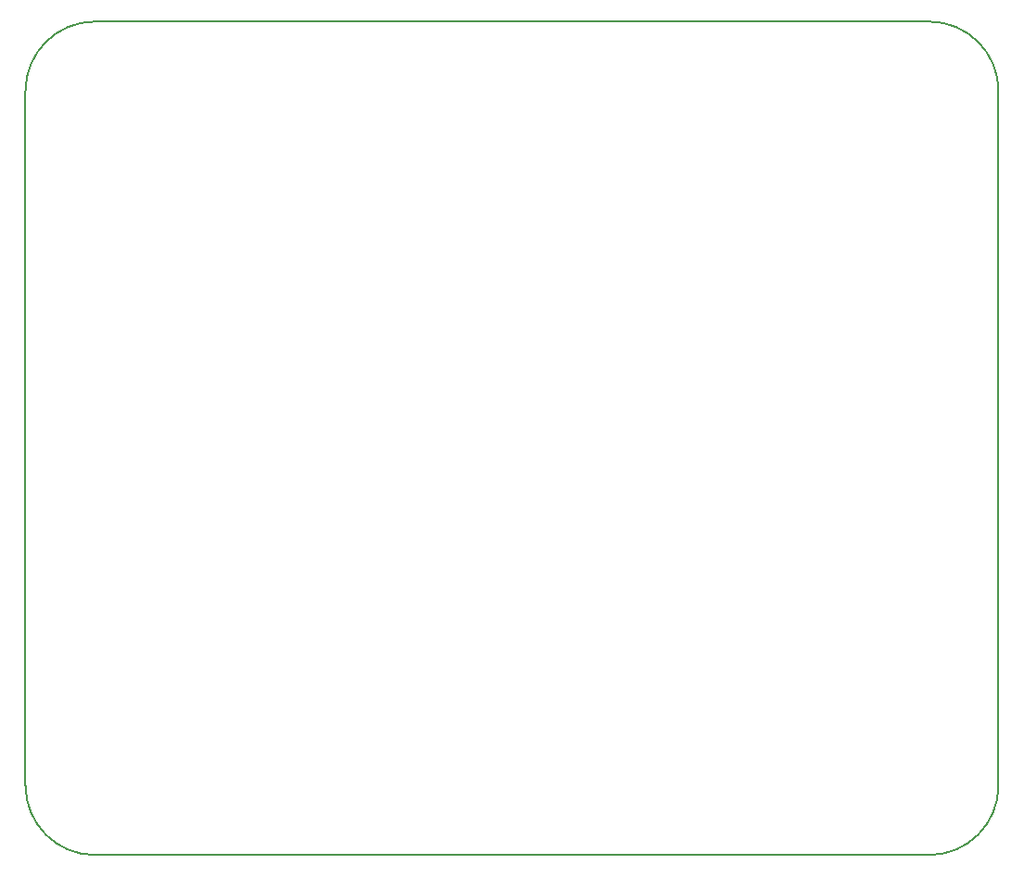
<source format=gm1>
G04 #@! TF.GenerationSoftware,KiCad,Pcbnew,(5.0.0)*
G04 #@! TF.CreationDate,2019-02-18T14:00:49-08:00*
G04 #@! TF.ProjectId,mlab100_Base_Panel_1.6,6D6C61623130305F426173655F50616E,rev?*
G04 #@! TF.SameCoordinates,Original*
G04 #@! TF.FileFunction,Profile,NP*
%FSLAX46Y46*%
G04 Gerber Fmt 4.6, Leading zero omitted, Abs format (unit mm)*
G04 Created by KiCad (PCBNEW (5.0.0)) date 02/18/19 14:00:49*
%MOMM*%
%LPD*%
G01*
G04 APERTURE LIST*
%ADD10C,0.200000*%
G04 APERTURE END LIST*
D10*
X88900000Y-6350000D02*
X88900000Y-69850000D01*
X6350000Y0D02*
X82550000Y0D01*
X0Y-69850000D02*
X0Y-6350000D01*
X82800000Y-76200000D02*
X6310000Y-76200000D01*
X0Y-6350000D02*
G75*
G02X6350000Y0I6350000J0D01*
G01*
X82550000Y0D02*
G75*
G02X88900000Y-6350000I0J-6350000D01*
G01*
X88900000Y-69850000D02*
G75*
G02X82550000Y-76200000I-6350000J0D01*
G01*
X6350000Y-76200000D02*
G75*
G02X0Y-69850000I0J6350000D01*
G01*
M02*

</source>
